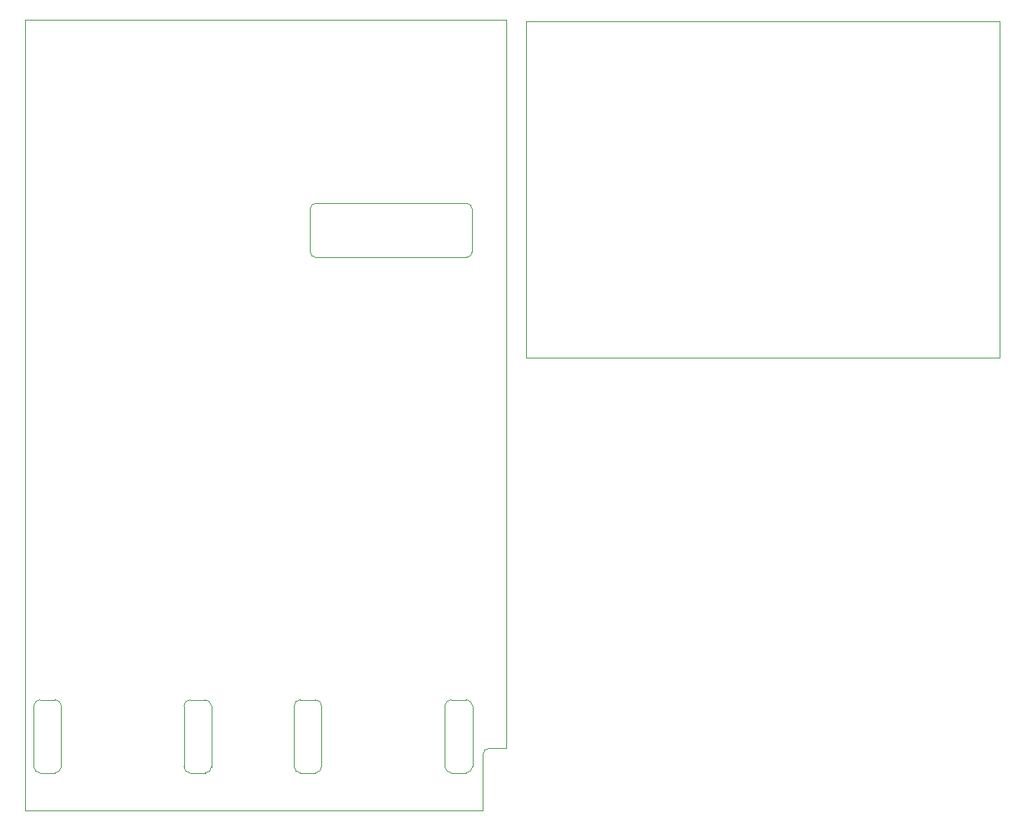
<source format=gm1>
G04 #@! TF.GenerationSoftware,KiCad,Pcbnew,7.0.8-7.0.8~ubuntu22.04.1*
G04 #@! TF.CreationDate,2023-11-03T15:42:22+01:00*
G04 #@! TF.ProjectId,hand,68616e64-2e6b-4696-9361-645f70636258,rev?*
G04 #@! TF.SameCoordinates,Original*
G04 #@! TF.FileFunction,Profile,NP*
%FSLAX46Y46*%
G04 Gerber Fmt 4.6, Leading zero omitted, Abs format (unit mm)*
G04 Created by KiCad (PCBNEW 7.0.8-7.0.8~ubuntu22.04.1) date 2023-11-03 15:42:22*
%MOMM*%
%LPD*%
G01*
G04 APERTURE LIST*
G04 #@! TA.AperFunction,Profile*
%ADD10C,0.100000*%
G04 #@! TD*
G04 APERTURE END LIST*
D10*
X145425000Y-110000000D02*
X145425000Y-22000000D01*
X146423536Y-105088624D02*
G75*
G03*
X147111376Y-105776464I687864J24D01*
G01*
X177159895Y-43022105D02*
X177159895Y-47822105D01*
X201200000Y-22200000D02*
X253800000Y-22200000D01*
X253800000Y-59600000D01*
X201200000Y-59600000D01*
X201200000Y-22200000D01*
X177761974Y-42419995D02*
G75*
G03*
X177159895Y-43022105I26J-602105D01*
G01*
X197125000Y-103021252D02*
X198925000Y-103021252D01*
X165487160Y-105787800D02*
G75*
G03*
X166175000Y-105100000I40J687800D01*
G01*
X196357801Y-110000000D02*
X145425000Y-110000000D01*
X195164053Y-47822105D02*
X195164053Y-43020079D01*
X175373536Y-105088624D02*
G75*
G03*
X176061376Y-105776464I687864J24D01*
G01*
X146423536Y-105088624D02*
X146423536Y-98337516D01*
X197125000Y-103021201D02*
G75*
G03*
X196357801Y-103788451I0J-767199D01*
G01*
X198925000Y-22000000D02*
X198925000Y-103021252D01*
X178426464Y-98336376D02*
G75*
G03*
X177738624Y-97648536I-687864J-24D01*
G01*
X195201464Y-98336376D02*
G75*
G03*
X194513624Y-97648536I-687864J-24D01*
G01*
X149476464Y-98336376D02*
X149476464Y-105088624D01*
X163118212Y-98348892D02*
X163118212Y-105100000D01*
X194513624Y-97648536D02*
X192832516Y-97648536D01*
X165487160Y-97659912D02*
X163806052Y-97659912D01*
X175369676Y-98337516D02*
X175369676Y-105088624D01*
X177159916Y-47822105D02*
G75*
G03*
X177761974Y-48424184I602184J105D01*
G01*
X192832516Y-97649676D02*
G75*
G03*
X192144676Y-98337516I-16J-687824D01*
G01*
X194513624Y-105776464D02*
G75*
G03*
X195201464Y-105088624I-24J687864D01*
G01*
X163806052Y-97661012D02*
G75*
G03*
X163118212Y-98348892I48J-687888D01*
G01*
X192144676Y-98337516D02*
X192144676Y-105088624D01*
X148788624Y-105776464D02*
G75*
G03*
X149476464Y-105088624I-24J687864D01*
G01*
X149476464Y-98336376D02*
G75*
G03*
X148788624Y-97648536I-687864J-24D01*
G01*
X195201464Y-105088624D02*
X195201464Y-98336376D01*
X145425000Y-22000000D02*
X198925000Y-22000000D01*
X177738624Y-97648536D02*
X176057516Y-97648536D01*
X166175000Y-105100000D02*
X166175000Y-98347752D01*
X176061376Y-105776464D02*
X177738624Y-105776464D01*
X194561974Y-48424153D02*
G75*
G03*
X195164053Y-47822105I26J602053D01*
G01*
X178426464Y-105088624D02*
X178426464Y-98336376D01*
X177761974Y-48424184D02*
X194561974Y-48424184D01*
X163122060Y-105100000D02*
G75*
G03*
X163809912Y-105787840I687840J0D01*
G01*
X147107516Y-97649676D02*
G75*
G03*
X146419676Y-98337516I-16J-687824D01*
G01*
X163809912Y-105787840D02*
X165487160Y-105787840D01*
X147107516Y-97649676D02*
X148788624Y-97649676D01*
X177738624Y-105776464D02*
G75*
G03*
X178426464Y-105088624I-24J687864D01*
G01*
X196357801Y-103788451D02*
X196357801Y-110000000D01*
X166175088Y-98347752D02*
G75*
G03*
X165487160Y-97659912I-687888J-48D01*
G01*
X195166100Y-43020079D02*
G75*
G03*
X194564000Y-42418000I-602100J-21D01*
G01*
X148788624Y-105776464D02*
X147111376Y-105776464D01*
X176057516Y-97649676D02*
G75*
G03*
X175369676Y-98337516I-16J-687824D01*
G01*
X192836376Y-105776464D02*
X194513624Y-105776464D01*
X194564000Y-42418000D02*
X177761974Y-42418000D01*
X192148536Y-105088624D02*
G75*
G03*
X192836376Y-105776464I687864J24D01*
G01*
M02*

</source>
